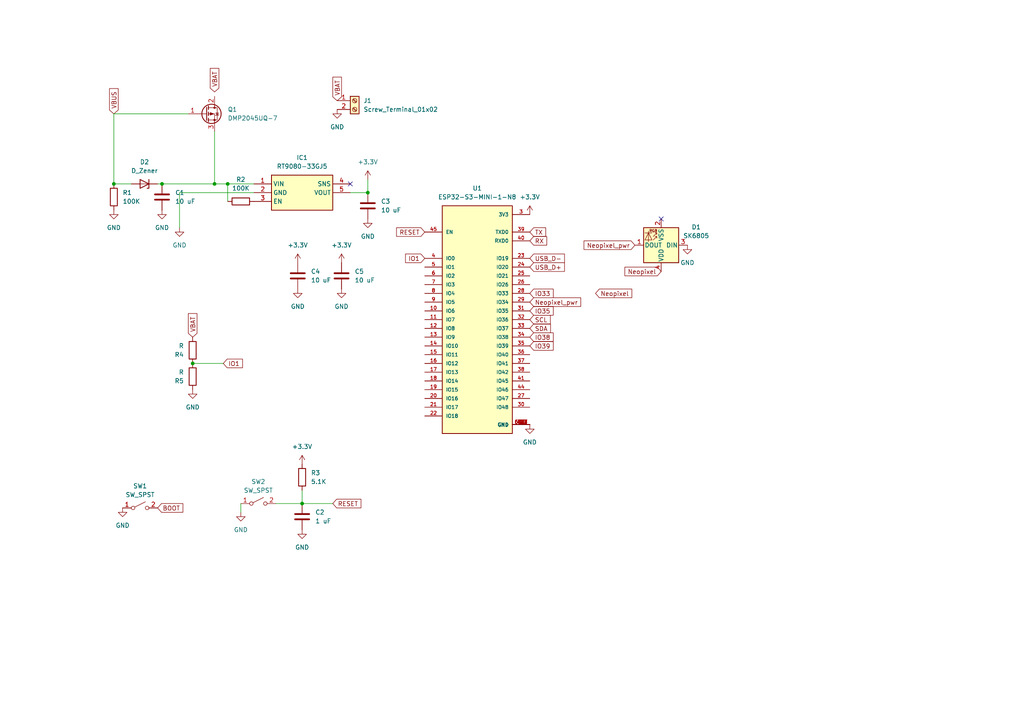
<source format=kicad_sch>
(kicad_sch (version 20230121) (generator eeschema)
  (paper "A4")
  (lib_symbols
    (symbol "Connector:Screw_Terminal_01x02" (pin_names (offset 1.016) hide)
      (property "Reference" "J" (at 0 2.54 0))
      (property "Value" "Screw_Terminal_01x02" (at 0 -5.08 0))
      (symbol "Screw_Terminal_01x02_1_1"
        (rectangle (start -1.27 1.27) (end 1.27 -3.81) (stroke (width 0.254)) (fill (type background)))
        (circle (center 0 -2.54) (radius 0.635) (stroke (width 0.1524)))
        (polyline (pts (xy -0.5334 -2.2098) (xy 0.3302 -3.048)) (stroke (width 0.1524)))
        (polyline (pts (xy -0.5334 0.3302) (xy 0.3302 -0.508)) (stroke (width 0.1524)))
        (polyline (pts (xy -0.3556 -2.032) (xy 0.508 -2.8702)) (stroke (width 0.1524)))
        (polyline (pts (xy -0.3556 0.508) (xy 0.508 -0.3302)) (stroke (width 0.1524)))
        (circle (center 0 0) (radius 0.635) (stroke (width 0.1524)))
        (pin passive line (at -5.08 0 0) (length 3.81) (name "Pin_1") (number "1"))
        (pin passive line (at -5.08 -2.54 0) (length 3.81) (name "Pin_2") (number "2"))
      )
    )
    (symbol "Device:C" (pin_numbers hide) (pin_names (offset 0.254))
      (property "Reference" "C" (at 0.635 2.54 0))
      (property "Value" "C" (at 0.635 -2.54 0))
      (symbol "C_0_1"
        (polyline (pts (xy -2.032 -0.762) (xy 2.032 -0.762)) (stroke (width 0.508)))
        (polyline (pts (xy -2.032 0.762) (xy 2.032 0.762)) (stroke (width 0.508)))
      )
      (symbol "C_1_1"
        (pin passive line (at 0 3.81 270) (length 2.794) (name "~") (number "1"))
        (pin passive line (at 0 -3.81 90) (length 2.794) (name "~") (number "2"))
      )
    )
    (symbol "Device:D_Zener" (pin_numbers hide) (pin_names (offset 1.016) hide)
      (property "Reference" "D" (at 0 2.54 0))
      (property "Value" "D_Zener" (at 0 -2.54 0))
      (symbol "D_Zener_0_1"
        (polyline (pts (xy 1.27 0) (xy -1.27 0)))
        (polyline (pts (xy -1.27 -1.27) (xy -1.27 1.27) (xy -0.762 1.27)) (stroke (width 0.254)))
        (polyline (pts (xy 1.27 -1.27) (xy 1.27 1.27) (xy -1.27 0) (xy 1.27 -1.27)) (stroke (width 0.254)))
      )
      (symbol "D_Zener_1_1"
        (pin passive line (at -3.81 0 0) (length 2.54) (name "K") (number "1"))
        (pin passive line (at 3.81 0 180) (length 2.54) (name "A") (number "2"))
      )
    )
    (symbol "Device:Q_PMOS_GDS" (pin_names (offset 0) hide)
      (property "Reference" "Q" (at 5.08 1.27 0))
      (property "Value" "Q_PMOS_GDS" (at 5.08 -1.27 0))
      (symbol "Q_PMOS_GDS_0_1"
        (polyline (pts (xy 0.254 0) (xy -2.54 0)))
        (polyline (pts (xy 0.254 1.905) (xy 0.254 -1.905)) (stroke (width 0.254)))
        (polyline (pts (xy 0.762 -1.27) (xy 0.762 -2.286)) (stroke (width 0.254)))
        (polyline (pts (xy 0.762 0.508) (xy 0.762 -0.508)) (stroke (width 0.254)))
        (polyline (pts (xy 0.762 2.286) (xy 0.762 1.27)) (stroke (width 0.254)))
        (polyline (pts (xy 2.54 2.54) (xy 2.54 1.778)))
        (polyline (pts (xy 2.54 -2.54) (xy 2.54 0) (xy 0.762 0)))
        (polyline (pts (xy 0.762 1.778) (xy 3.302 1.778) (xy 3.302 -1.778) (xy 0.762 -1.778)))
        (polyline (pts (xy 2.286 0) (xy 1.27 0.381) (xy 1.27 -0.381) (xy 2.286 0)) (fill (type outline)))
        (polyline (pts (xy 2.794 -0.508) (xy 2.921 -0.381) (xy 3.683 -0.381) (xy 3.81 -0.254)))
        (polyline (pts (xy 3.302 -0.381) (xy 2.921 0.254) (xy 3.683 0.254) (xy 3.302 -0.381)))
        (circle (center 1.651 0) (radius 2.794) (stroke (width 0.254)))
        (circle (center 2.54 -1.778) (radius 0.254) (fill (type outline)))
        (circle (center 2.54 1.778) (radius 0.254) (fill (type outline)))
      )
      (symbol "Q_PMOS_GDS_1_1"
        (pin input line (at -5.08 0 0) (length 2.54) (name "G") (number "1"))
        (pin passive line (at 2.54 5.08 270) (length 2.54) (name "D") (number "2"))
        (pin passive line (at 2.54 -5.08 90) (length 2.54) (name "S") (number "3"))
      )
    )
    (symbol "Device:R" (pin_numbers hide) (pin_names (offset 0))
      (property "Reference" "R" (at 2.032 0 90))
      (property "Value" "R" (at 0 0 90))
      (symbol "R_0_1"
        (rectangle (start -1.016 -2.54) (end 1.016 2.54) (stroke (width 0.254)))
      )
      (symbol "R_1_1"
        (pin passive line (at 0 3.81 270) (length 1.27) (name "~") (number "1"))
        (pin passive line (at 0 -3.81 90) (length 1.27) (name "~") (number "2"))
      )
    )
    (symbol "ESP32-S3-MINI-1-N8:ESP32-S3-MINI-1-N8" (pin_names (offset 1.016))
      (property "Reference" "U" (at -10.16 34.29 0))
      (property "Value" "ESP32-S3-MINI-1-N8" (at -10.16 -35.56 0))
      (symbol "ESP32-S3-MINI-1-N8_0_0"
        (rectangle (start -10.16 -33.02) (end 10.16 33.02) (stroke (width 0.254)) (fill (type background)))
        (pin power_in line (at 15.24 -30.48 180) (length 5.08) (name "GND") (number "1"))
        (pin bidirectional line (at -15.24 2.54 0) (length 5.08) (name "IO6") (number "10"))
        (pin bidirectional line (at -15.24 0 0) (length 5.08) (name "IO7") (number "11"))
        (pin bidirectional line (at -15.24 -2.54 0) (length 5.08) (name "IO8") (number "12"))
        (pin bidirectional line (at -15.24 -5.08 0) (length 5.08) (name "IO9") (number "13"))
        (pin bidirectional line (at -15.24 -7.62 0) (length 5.08) (name "IO10") (number "14"))
        (pin bidirectional line (at -15.24 -10.16 0) (length 5.08) (name "IO11") (number "15"))
        (pin bidirectional line (at -15.24 -12.7 0) (length 5.08) (name "IO12") (number "16"))
        (pin bidirectional line (at -15.24 -15.24 0) (length 5.08) (name "IO13") (number "17"))
        (pin bidirectional line (at -15.24 -17.78 0) (length 5.08) (name "IO14") (number "18"))
        (pin bidirectional line (at -15.24 -20.32 0) (length 5.08) (name "IO15") (number "19"))
        (pin power_in line (at 15.24 -30.48 180) (length 5.08) (name "GND") (number "2"))
        (pin bidirectional line (at -15.24 -22.86 0) (length 5.08) (name "IO16") (number "20"))
        (pin bidirectional line (at -15.24 -25.4 0) (length 5.08) (name "IO17") (number "21"))
        (pin bidirectional line (at -15.24 -27.94 0) (length 5.08) (name "IO18") (number "22"))
        (pin bidirectional line (at 15.24 17.78 180) (length 5.08) (name "IO19") (number "23"))
        (pin bidirectional line (at 15.24 15.24 180) (length 5.08) (name "IO20") (number "24"))
        (pin bidirectional line (at 15.24 12.7 180) (length 5.08) (name "IO21") (number "25"))
        (pin bidirectional line (at 15.24 10.16 180) (length 5.08) (name "IO26") (number "26"))
        (pin bidirectional line (at 15.24 -22.86 180) (length 5.08) (name "IO47") (number "27"))
        (pin bidirectional line (at 15.24 7.62 180) (length 5.08) (name "IO33") (number "28"))
        (pin bidirectional line (at 15.24 5.08 180) (length 5.08) (name "IO34") (number "29"))
        (pin power_in line (at 15.24 30.48 180) (length 5.08) (name "3V3") (number "3"))
        (pin bidirectional line (at 15.24 -25.4 180) (length 5.08) (name "IO48") (number "30"))
        (pin bidirectional line (at 15.24 2.54 180) (length 5.08) (name "IO35") (number "31"))
        (pin bidirectional line (at 15.24 0 180) (length 5.08) (name "IO36") (number "32"))
        (pin bidirectional line (at 15.24 -2.54 180) (length 5.08) (name "IO37") (number "33"))
        (pin bidirectional line (at 15.24 -5.08 180) (length 5.08) (name "IO38") (number "34"))
        (pin bidirectional line (at 15.24 -7.62 180) (length 5.08) (name "IO39") (number "35"))
        (pin bidirectional line (at 15.24 -10.16 180) (length 5.08) (name "IO40") (number "36"))
        (pin bidirectional line (at 15.24 -12.7 180) (length 5.08) (name "IO41") (number "37"))
        (pin bidirectional line (at 15.24 -15.24 180) (length 5.08) (name "IO42") (number "38"))
        (pin bidirectional line (at 15.24 25.4 180) (length 5.08) (name "TXD0") (number "39"))
        (pin bidirectional line (at -15.24 17.78 0) (length 5.08) (name "IO0") (number "4"))
        (pin bidirectional line (at 15.24 22.86 180) (length 5.08) (name "RXD0") (number "40"))
        (pin bidirectional line (at 15.24 -17.78 180) (length 5.08) (name "IO45") (number "41"))
        (pin power_in line (at 15.24 -30.48 180) (length 5.08) (name "GND") (number "42"))
        (pin power_in line (at 15.24 -30.48 180) (length 5.08) (name "GND") (number "43"))
        (pin bidirectional line (at 15.24 -20.32 180) (length 5.08) (name "IO46") (number "44"))
        (pin input line (at -15.24 25.4 0) (length 5.08) (name "EN") (number "45"))
        (pin power_in line (at 15.24 -30.48 180) (length 5.08) (name "GND") (number "46"))
        (pin power_in line (at 15.24 -30.48 180) (length 5.08) (name "GND") (number "47"))
        (pin power_in line (at 15.24 -30.48 180) (length 5.08) (name "GND") (number "48"))
        (pin power_in line (at 15.24 -30.48 180) (length 5.08) (name "GND") (number "49"))
        (pin bidirectional line (at -15.24 15.24 0) (length 5.08) (name "IO1") (number "5"))
        (pin power_in line (at 15.24 -30.48 180) (length 5.08) (name "GND") (number "50"))
        (pin power_in line (at 15.24 -30.48 180) (length 5.08) (name "GND") (number "51"))
        (pin power_in line (at 15.24 -30.48 180) (length 5.08) (name "GND") (number "52"))
        (pin power_in line (at 15.24 -30.48 180) (length 5.08) (name "GND") (number "53"))
        (pin power_in line (at 15.24 -30.48 180) (length 5.08) (name "GND") (number "54"))
        (pin power_in line (at 15.24 -30.48 180) (length 5.08) (name "GND") (number "55"))
        (pin power_in line (at 15.24 -30.48 180) (length 5.08) (name "GND") (number "56"))
        (pin power_in line (at 15.24 -30.48 180) (length 5.08) (name "GND") (number "57"))
        (pin power_in line (at 15.24 -30.48 180) (length 5.08) (name "GND") (number "58"))
        (pin power_in line (at 15.24 -30.48 180) (length 5.08) (name "GND") (number "59"))
        (pin bidirectional line (at -15.24 12.7 0) (length 5.08) (name "IO2") (number "6"))
        (pin power_in line (at 15.24 -30.48 180) (length 5.08) (name "GND") (number "60"))
        (pin power_in line (at 15.24 -30.48 180) (length 5.08) (name "GND") (number "61"))
        (pin power_in line (at 15.24 -30.48 180) (length 5.08) (name "GND") (number "61_1"))
        (pin power_in line (at 15.24 -30.48 180) (length 5.08) (name "GND") (number "61_2"))
        (pin power_in line (at 15.24 -30.48 180) (length 5.08) (name "GND") (number "61_3"))
        (pin power_in line (at 15.24 -30.48 180) (length 5.08) (name "GND") (number "61_4"))
        (pin power_in line (at 15.24 -30.48 180) (length 5.08) (name "GND") (number "61_5"))
        (pin power_in line (at 15.24 -30.48 180) (length 5.08) (name "GND") (number "61_6"))
        (pin power_in line (at 15.24 -30.48 180) (length 5.08) (name "GND") (number "61_7"))
        (pin power_in line (at 15.24 -30.48 180) (length 5.08) (name "GND") (number "61_8"))
        (pin power_in line (at 15.24 -30.48 180) (length 5.08) (name "GND") (number "62"))
        (pin power_in line (at 15.24 -30.48 180) (length 5.08) (name "GND") (number "63"))
        (pin power_in line (at 15.24 -30.48 180) (length 5.08) (name "GND") (number "64"))
        (pin power_in line (at 15.24 -30.48 180) (length 5.08) (name "GND") (number "65"))
        (pin bidirectional line (at -15.24 10.16 0) (length 5.08) (name "IO3") (number "7"))
        (pin bidirectional line (at -15.24 7.62 0) (length 5.08) (name "IO4") (number "8"))
        (pin bidirectional line (at -15.24 5.08 0) (length 5.08) (name "IO5") (number "9"))
      )
    )
    (symbol "LED:SK6805" (pin_names (offset 0.254))
      (property "Reference" "D" (at 5.08 5.715 0))
      (property "Value" "SK6805" (at 1.27 -5.715 0))
      (symbol "SK6805_0_0"
        (text "RGB" (at 2.286 -4.191 0) (effects (font (size 0.762 0.762))))
      )
      (symbol "SK6805_0_1"
        (polyline (pts (xy 1.27 -3.556) (xy 1.778 -3.556)))
        (polyline (pts (xy 1.27 -2.54) (xy 1.778 -2.54)))
        (polyline (pts (xy 4.699 -3.556) (xy 2.667 -3.556)))
        (polyline (pts (xy 2.286 -2.54) (xy 1.27 -3.556) (xy 1.27 -3.048)))
        (polyline (pts (xy 2.286 -1.524) (xy 1.27 -2.54) (xy 1.27 -2.032)))
        (polyline (pts (xy 3.683 -1.016) (xy 3.683 -3.556) (xy 3.683 -4.064)))
        (polyline (pts (xy 4.699 -1.524) (xy 2.667 -1.524) (xy 3.683 -3.556) (xy 4.699 -1.524)))
        (rectangle (start 5.08 5.08) (end -5.08 -5.08) (stroke (width 0.254)) (fill (type background)))
      )
      (symbol "SK6805_1_1"
        (pin output line (at 7.62 0 180) (length 2.54) (name "DOUT") (number "1"))
        (pin power_in line (at 0 -7.62 90) (length 2.54) (name "VSS") (number "2"))
        (pin input line (at -7.62 0 0) (length 2.54) (name "DIN") (number "3"))
        (pin power_in line (at 0 7.62 270) (length 2.54) (name "VDD") (number "4"))
      )
    )
    (symbol "RT9080-33GJ5:RT9080-33GJ5"
      (property "Reference" "IC" (at 24.13 7.62 0))
      (property "Value" "RT9080-33GJ5" (at 24.13 5.08 0))
      (symbol "RT9080-33GJ5_1_1"
        (rectangle (start 5.08 2.54) (end 22.86 -7.62) (stroke (width 0.254)) (fill (type background)))
        (pin passive line (at 0 0 0) (length 5.08) (name "VIN") (number "1"))
        (pin passive line (at 0 -2.54 0) (length 5.08) (name "GND") (number "2"))
        (pin passive line (at 0 -5.08 0) (length 5.08) (name "EN") (number "3"))
        (pin passive line (at 27.94 0 180) (length 5.08) (name "SNS") (number "4"))
        (pin passive line (at 27.94 -2.54 180) (length 5.08) (name "VOUT") (number "5"))
      )
    )
    (symbol "Switch:SW_SPST" (pin_names (offset 0) hide)
      (property "Reference" "SW" (at 0 3.175 0))
      (property "Value" "SW_SPST" (at 0 -2.54 0))
      (symbol "SW_SPST_0_0"
        (circle (center -2.032 0) (radius 0.508))
        (polyline (pts (xy -1.524 0.254) (xy 1.524 1.778)))
        (circle (center 2.032 0) (radius 0.508))
      )
      (symbol "SW_SPST_1_1"
        (pin passive line (at -5.08 0 0) (length 2.54) (name "A") (number "1"))
        (pin passive line (at 5.08 0 180) (length 2.54) (name "B") (number "2"))
      )
    )
    (symbol "power:+3.3V" (power) (pin_names (offset 0))
      (property "Value" "+3.3V" (at 0 3.556 0))
      (symbol "+3.3V_0_1"
        (polyline (pts (xy -0.762 1.27) (xy 0 2.54)))
        (polyline (pts (xy 0 0) (xy 0 2.54)))
        (polyline (pts (xy 0 2.54) (xy 0.762 1.27)))
      )
      (symbol "+3.3V_1_1"
        (pin power_in line (at 0 0 90) (length 0) hide (name "+3.3V") (number "1"))
      )
    )
    (symbol "power:GND" (power) (pin_names (offset 0))
      (property "Value" "GND" (at 0 -3.81 0))
      (symbol "GND_0_1"
        (polyline (pts (xy 0 0) (xy 0 -1.27) (xy 1.27 -1.27) (xy 0 -2.54) (xy -1.27 -1.27) (xy 0 -1.27)))
      )
      (symbol "GND_1_1"
        (pin power_in line (at 0 0 270) (length 0) hide (name "GND") (number "1"))
      )
    )
  )
  (junction (at 33.02 53.34))
  (junction (at 62.23 53.34))
  (junction (at 46.99 53.34))
  (junction (at 87.63 146.05))
  (junction (at 106.68 55.88))
  (junction (at 55.88 105.41))
  (junction (at 66.04 53.34))
  (no_connect (at 101.6 53.34))
  (no_connect (at 191.77 63.5))
  (wire (pts (xy 87.63 146.05) (xy 87.63 142.24)))
  (wire (pts (xy 55.88 105.41) (xy 64.77 105.41)))
  (wire (pts (xy 66.04 53.34) (xy 73.66 53.34)))
  (wire (pts (xy 87.63 146.05) (xy 96.52 146.05)))
  (wire (pts (xy 69.85 146.05) (xy 69.85 148.59)))
  (wire (pts (xy 33.02 33.02) (xy 54.61 33.02)))
  (wire (pts (xy 62.23 53.34) (xy 66.04 53.34)))
  (wire (pts (xy 33.02 53.34) (xy 38.1 53.34)))
  (wire (pts (xy 33.02 53.34) (xy 33.02 33.02)))
  (wire (pts (xy 106.68 52.07) (xy 106.68 55.88)))
  (wire (pts (xy 101.6 55.88) (xy 106.68 55.88)))
  (wire (pts (xy 73.66 55.88) (xy 52.07 55.88)))
  (wire (pts (xy 80.01 146.05) (xy 87.63 146.05)))
  (wire (pts (xy 52.07 55.88) (xy 52.07 66.04)))
  (wire (pts (xy 62.23 38.1) (xy 62.23 53.34)))
  (wire (pts (xy 46.99 53.34) (xy 62.23 53.34)))
  (wire (pts (xy 66.04 53.34) (xy 66.04 58.42)))
  (wire (pts (xy 45.72 53.34) (xy 46.99 53.34)))
  (global_label "TX" (shape input) (at 153.67 67.31 0) (property "Intersheetrefs" "${INTERSHEET_REFS}" (effects hide)))
  (global_label "IO39" (shape input) (at 153.67 100.33 0) (property "Intersheetrefs" "${INTERSHEET_REFS}" (effects hide)))
  (global_label "BOOT" (shape input) (at 45.72 147.32 0) (property "Intersheetrefs" "${INTERSHEET_REFS}" (effects hide)))
  (global_label "USB_D-" (shape input) (at 153.67 74.93 0) (property "Intersheetrefs" "${INTERSHEET_REFS}" (effects hide)))
  (global_label "SDA" (shape input) (at 153.67 95.25 0) (property "Intersheetrefs" "${INTERSHEET_REFS}" (effects hide)))
  (global_label "IO35" (shape input) (at 153.67 90.17 0) (property "Intersheetrefs" "${INTERSHEET_REFS}" (effects hide)))
  (global_label "VBAT" (shape input) (at 55.88 97.79 90) (property "Intersheetrefs" "${INTERSHEET_REFS}" (effects hide)))
  (global_label "RESET" (shape input) (at 96.52 146.05 0) (property "Intersheetrefs" "${INTERSHEET_REFS}" (effects hide)))
  (global_label "VBUS" (shape input) (at 33.02 33.02 90) (property "Intersheetrefs" "${INTERSHEET_REFS}" (effects hide)))
  (global_label "Neopixel_pwr" (shape input) (at 184.15 71.12 180) (property "Intersheetrefs" "${INTERSHEET_REFS}" (effects hide)))
  (global_label "Neopixel_pwr" (shape input) (at 153.67 87.63 0) (property "Intersheetrefs" "${INTERSHEET_REFS}" (effects hide)))
  (global_label "VBAT" (shape input) (at 62.23 26.67 90) (property "Intersheetrefs" "${INTERSHEET_REFS}" (effects hide)))
  (global_label "IO1" (shape input) (at 123.19 74.93 180) (property "Intersheetrefs" "${INTERSHEET_REFS}" (effects hide)))
  (global_label "Neopixel" (shape input) (at 191.77 78.74 180) (property "Intersheetrefs" "${INTERSHEET_REFS}" (effects hide)))
  (global_label "RESET" (shape input) (at 123.19 67.31 180) (property "Intersheetrefs" "${INTERSHEET_REFS}" (effects hide)))
  (global_label "VBAT" (shape input) (at 97.79 29.21 90) (property "Intersheetrefs" "${INTERSHEET_REFS}" (effects hide)))
  (global_label "RX" (shape input) (at 153.67 69.85 0) (property "Intersheetrefs" "${INTERSHEET_REFS}" (effects hide)))
  (global_label "IO1" (shape input) (at 64.77 105.41 0) (property "Intersheetrefs" "${INTERSHEET_REFS}" (effects hide)))
  (global_label "USB_D+" (shape input) (at 153.67 77.47 0) (property "Intersheetrefs" "${INTERSHEET_REFS}" (effects hide)))
  (global_label "IO38" (shape input) (at 153.67 97.79 0) (property "Intersheetrefs" "${INTERSHEET_REFS}" (effects hide)))
  (global_label "SCL" (shape input) (at 153.67 92.71 0) (property "Intersheetrefs" "${INTERSHEET_REFS}" (effects hide)))
  (global_label "Neopixel" (shape input) (at 172.72 85.09 0) (property "Intersheetrefs" "${INTERSHEET_REFS}" (effects hide)))
  (global_label "IO33" (shape input) (at 153.67 85.09 0) (property "Intersheetrefs" "${INTERSHEET_REFS}" (effects hide)))
  (symbol (lib_id "Device:D_Zener") (at 41.91 53.34 180) (unit 1)
    (property "Reference" "D2" (at 41.91 46.99 0))
    (property "Value" "D_Zener" (at 41.91 49.53 0))
  )
  (symbol (lib_id "Device:C") (at 99.06 80.01 0) (unit 1)
    (property "Reference" "C5" (at 102.87 78.74 0) (effects (justify left)))
    (property "Value" "10 uF" (at 102.87 81.28 0) (effects (justify left)))
  )
  (symbol (lib_id "power:+3.3V") (at 87.63 134.62 0) (unit 1)
    (property "Reference" "#PWR015" (effects hide))
    (property "Value" "+3.3V" (at 87.63 129.54 0))
  )
  (symbol (lib_id "power:GND") (at 106.68 63.5 0) (unit 1)
    (property "Reference" "#PWR07" (effects hide))
    (property "Value" "GND" (at 106.68 68.58 0))
  )
  (symbol (lib_id "Device:R") (at 33.02 57.15 0) (unit 1)
    (property "Reference" "R1" (at 35.56 55.88 0) (effects (justify left)))
    (property "Value" "100K" (at 35.56 58.42 0) (effects (justify left)))
  )
  (symbol (lib_id "Switch:SW_SPST") (at 74.93 146.05 0) (unit 1)
    (property "Reference" "SW2" (at 74.93 139.7 0))
    (property "Value" "SW_SPST" (at 74.93 142.24 0))
  )
  (symbol (lib_id "power:GND") (at 52.07 66.04 0) (unit 1)
    (property "Reference" "#PWR03" (effects hide))
    (property "Value" "GND" (at 52.07 71.12 0))
  )
  (symbol (lib_id "Device:R") (at 69.85 58.42 90) (unit 1)
    (property "Reference" "R2" (at 69.85 52.07 90))
    (property "Value" "100K" (at 69.85 54.61 90))
  )
  (symbol (lib_id "RT9080-33GJ5:RT9080-33GJ5") (at 73.66 53.34 0) (unit 1)
    (property "Reference" "IC1" (at 87.63 45.72 0))
    (property "Value" "RT9080-33GJ5" (at 87.63 48.26 0))
    (property "Footprint" "SOT94P280X100-5N" (effects hide))
    (property "Datasheet" "https://www.richtek.com/assets/product_file/RT9080/DS9080-05.pdf" (effects hide))
    (property "Height" "1" (effects hide))
    (property "Manufacturer_Name" "RICHTEK" (effects hide))
    (property "Manufacturer_Part_Number" "RT9080-33GJ5" (effects hide))
    (property "Mouser Part Number" "835-RT9080-33GJ5" (effects hide))
    (property "Mouser Price/Stock" "https://www.mouser.co.uk/ProductDetail/Richtek/RT9080-33GJ5?qs=amGC7iS6iy9hJG6yuLjyPQ%3D%3D" (effects hide))
  )
  (symbol (lib_id "power:+3.3V") (at 99.06 76.2 0) (unit 1)
    (property "Reference" "#PWR011" (effects hide))
    (property "Value" "+3.3V" (at 99.06 71.12 0))
  )
  (symbol (lib_id "power:GND") (at 33.02 60.96 0) (unit 1)
    (property "Reference" "#PWR02" (effects hide))
    (property "Value" "GND" (at 33.02 66.04 0))
  )
  (symbol (lib_id "Device:C") (at 86.36 80.01 0) (unit 1)
    (property "Reference" "C4" (at 90.17 78.74 0) (effects (justify left)))
    (property "Value" "10 uF" (at 90.17 81.28 0) (effects (justify left)))
  )
  (symbol (lib_id "power:+3.3V") (at 106.68 52.07 0) (unit 1)
    (property "Reference" "#PWR08" (effects hide))
    (property "Value" "+3.3V" (at 106.68 46.99 0))
  )
  (symbol (lib_id "Switch:SW_SPST") (at 40.64 147.32 0) (unit 1)
    (property "Reference" "SW1" (at 40.64 140.97 0))
    (property "Value" "SW_SPST" (at 40.64 143.51 0))
  )
  (symbol (lib_id "power:GND") (at 46.99 60.96 0) (unit 1)
    (property "Reference" "#PWR04" (effects hide))
    (property "Value" "GND" (at 46.99 66.04 0))
  )
  (symbol (lib_id "power:+3.3V") (at 86.36 76.2 0) (unit 1)
    (property "Reference" "#PWR010" (effects hide))
    (property "Value" "+3.3V" (at 86.36 71.12 0))
  )
  (symbol (lib_id "power:GND") (at 97.79 31.75 0) (unit 1)
    (property "Reference" "#PWR09" (effects hide))
    (property "Value" "GND" (at 97.79 36.83 0))
  )
  (symbol (lib_id "Device:R") (at 55.88 101.6 180) (unit 1)
    (property "Reference" "R4" (at 53.34 102.87 0) (effects (justify left)))
    (property "Value" "R" (at 53.34 100.33 0) (effects (justify left)))
  )
  (symbol (lib_id "power:GND") (at 153.67 123.19 0) (unit 1)
    (property "Reference" "#PWR017" (effects hide))
    (property "Value" "GND" (at 153.67 128.27 0))
  )
  (symbol (lib_id "power:GND") (at 86.36 83.82 0) (unit 1)
    (property "Reference" "#PWR05" (effects hide))
    (property "Value" "GND" (at 86.36 88.9 0))
  )
  (symbol (lib_id "Device:Q_PMOS_GDS") (at 59.69 33.02 0) (unit 1)
    (property "Reference" "Q1" (at 66.04 31.75 0) (effects (justify left)))
    (property "Value" "DMP2045UQ-7" (at 66.04 34.29 0) (effects (justify left)))
  )
  (symbol (lib_id "Connector:Screw_Terminal_01x02") (at 102.87 29.21 0) (unit 1)
    (property "Reference" "J1" (at 105.41 29.21 0) (effects (justify left)))
    (property "Value" "Screw_Terminal_01x02" (at 105.41 31.75 0) (effects (justify left)))
  )
  (symbol (lib_id "Device:C") (at 106.68 59.69 0) (unit 1)
    (property "Reference" "C3" (at 110.49 58.42 0) (effects (justify left)))
    (property "Value" "10 uF" (at 110.49 60.96 0) (effects (justify left)))
  )
  (symbol (lib_id "LED:SK6805") (at 191.77 71.12 180) (unit 1)
    (property "Reference" "D1" (at 201.93 65.8621 0))
    (property "Value" "SK6805" (at 201.93 68.4021 0))
    (property "Footprint" "LED_SMD:LED_SK6805_PLCC4_2.4x2.7mm_P1.3mm" (effects hide))
    (property "Datasheet" "https://cdn-shop.adafruit.com/product-files/3484/3484_Datasheet.pdf" (effects hide))
  )
  (symbol (lib_id "power:GND") (at 55.88 113.03 0) (unit 1)
    (property "Reference" "#PWR012" (effects hide))
    (property "Value" "GND" (at 55.88 118.11 0))
  )
  (symbol (lib_id "Device:C") (at 87.63 149.86 0) (unit 1)
    (property "Reference" "C2" (at 91.44 148.59 0) (effects (justify left)))
    (property "Value" "1 uF" (at 91.44 151.13 0) (effects (justify left)))
  )
  (symbol (lib_id "power:GND") (at 99.06 83.82 0) (unit 1)
    (property "Reference" "#PWR06" (effects hide))
    (property "Value" "GND" (at 99.06 88.9 0))
  )
  (symbol (lib_id "power:GND") (at 87.63 153.67 0) (unit 1)
    (property "Reference" "#PWR016" (effects hide))
    (property "Value" "GND" (at 87.63 158.75 0))
  )
  (symbol (lib_id "Device:R") (at 55.88 109.22 180) (unit 1)
    (property "Reference" "R5" (at 53.34 110.49 0) (effects (justify left)))
    (property "Value" "R" (at 53.34 107.95 0) (effects (justify left)))
  )
  (symbol (lib_id "power:GND") (at 35.56 147.32 0) (unit 1)
    (property "Reference" "#PWR013" (effects hide))
    (property "Value" "GND" (at 35.56 152.4 0))
  )
  (symbol (lib_id "power:GND") (at 199.39 71.12 0) (unit 1)
    (property "Reference" "#PWR01" (effects hide))
    (property "Value" "GND" (at 199.39 76.2 0))
  )
  (symbol (lib_id "power:+3.3V") (at 153.67 62.23 0) (unit 1)
    (property "Reference" "#PWR018" (effects hide))
    (property "Value" "+3.3V" (at 153.67 57.15 0))
  )
  (symbol (lib_id "Device:R") (at 87.63 138.43 0) (unit 1)
    (property "Reference" "R3" (at 90.17 137.16 0) (effects (justify left)))
    (property "Value" "5.1K" (at 90.17 139.7 0) (effects (justify left)))
  )
  (symbol (lib_id "Device:C") (at 46.99 57.15 0) (unit 1)
    (property "Reference" "C1" (at 50.8 55.88 0) (effects (justify left)))
    (property "Value" "10 uF" (at 50.8 58.42 0) (effects (justify left)))
  )
  (symbol (lib_id "power:GND") (at 69.85 148.59 0) (unit 1)
    (property "Reference" "#PWR014" (effects hide))
    (property "Value" "GND" (at 69.85 153.67 0))
  )
  (symbol (lib_id "ESP32-S3-MINI-1-N8:ESP32-S3-MINI-1-N8") (at 138.43 92.71 0) (unit 1)
    (property "Reference" "U1" (at 138.43 54.61 0))
    (property "Value" "ESP32-S3-MINI-1-N8" (at 138.43 57.15 0))
    (property "Footprint" "ESP32-S3-MINI-1-N8:XCVR_ESP32-S3-MINI-1-N8" (effects hide))
    (property "MF" "Espressif Systems" (effects hide))
    (property "MAXIMUM_PACKAGE_HEIGHT" "2.55mm" (effects hide))
    (property "Package" "None" (effects hide))
    (property "Price" "None" (effects hide))
    (property "Check_prices" "https://www.snapeda.com/parts/ESP32-S3-MINI-1-N8/Espressif+Systems/view-part/?ref=eda" (effects hide))
    (property "STANDARD" "Manufacturer Recommendations" (effects hide))
    (property "PARTREV" "v0.6" (effects hide))
    (property "SnapEDA_Link" "https://www.snapeda.com/parts/ESP32-S3-MINI-1-N8/Espressif+Systems/view-part/?ref=snap" (effects hide))
    (property "MP" "ESP32-S3-MINI-1-N8" (effects hide))
    (property "Purchase-URL" "https://www.snapeda.com/api/url_track_click_mouser/?unipart_id=8941370&manufacturer=Espressif Systems&part_name=ESP32-S3-MINI-1-N8&search_term=None" (effects hide))
    (property "Description" "\nBluetooth, WiFi 802.11b/g/n, Bluetooth v5.0 Transceiver Module 2.4GHz PCB Trace Surface Mount\n" (effects hide))
    (property "Availability" "In Stock" (effects hide))
    (property "MANUFACTURER" "Espressif" (effects hide))
  )
)
</source>
